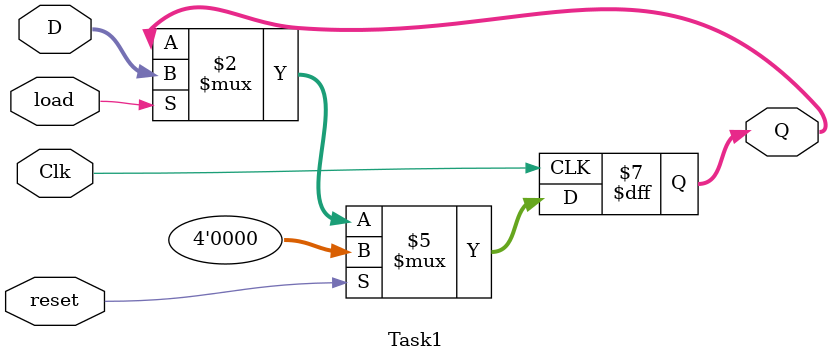
<source format=v>
`timescale 1ns / 1ps


module Task1(input [3:0] D, input Clk,
input reset, input load, output reg [3:0] Q);
always @(posedge Clk)
if (reset)
begin
Q <= 4'b0;
end else if (load)
begin
Q <= D;
end
endmodule

</source>
